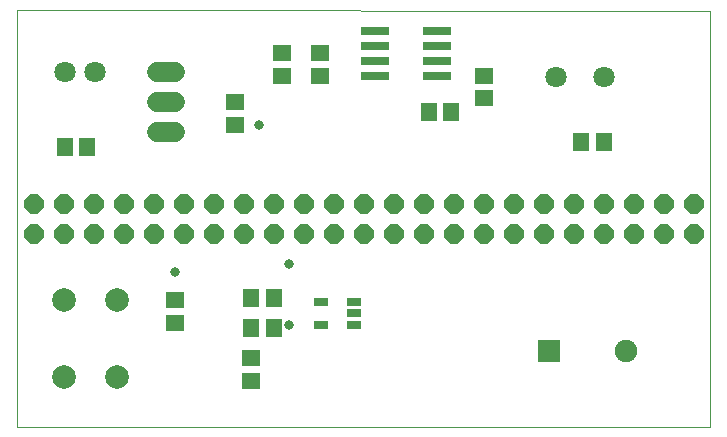
<source format=gts>
G75*
%MOIN*%
%OFA0B0*%
%FSLAX25Y25*%
%IPPOS*%
%LPD*%
%AMOC8*
5,1,8,0,0,1.08239X$1,22.5*
%
%ADD10C,0.00000*%
%ADD11R,0.05618X0.06406*%
%ADD12R,0.06406X0.05618*%
%ADD13C,0.07100*%
%ADD14R,0.04831X0.02862*%
%ADD15R,0.09200X0.02900*%
%ADD16C,0.07900*%
%ADD17R,0.07500X0.07500*%
%ADD18C,0.07500*%
%ADD19OC8,0.06500*%
%ADD20C,0.06500*%
%ADD21C,0.03200*%
D10*
X0021800Y0021800D02*
X0021800Y0160501D01*
X0252745Y0160343D01*
X0252745Y0021800D01*
X0021800Y0021800D01*
D11*
X0099713Y0054556D03*
X0107194Y0054556D03*
X0107194Y0064556D03*
X0099713Y0064556D03*
X0045146Y0114989D03*
X0037666Y0114989D03*
X0158868Y0126800D03*
X0166348Y0126800D03*
X0209753Y0116643D03*
X0217233Y0116643D03*
D12*
X0177238Y0131292D03*
X0177238Y0138772D03*
X0122829Y0138787D03*
X0122829Y0146267D03*
X0110034Y0146262D03*
X0110034Y0138781D03*
X0094359Y0129910D03*
X0094359Y0122430D03*
X0074202Y0063926D03*
X0074202Y0056446D03*
X0099722Y0044622D03*
X0099722Y0037141D03*
D13*
X0201485Y0138217D03*
X0217233Y0138217D03*
X0047706Y0139989D03*
X0037706Y0139989D03*
D14*
X0122942Y0063296D03*
X0122942Y0055816D03*
X0133965Y0055816D03*
X0133965Y0059556D03*
X0133965Y0063296D03*
D15*
X0141133Y0138797D03*
X0141133Y0143797D03*
X0141133Y0148797D03*
X0141133Y0153797D03*
X0161733Y0153797D03*
X0161733Y0148797D03*
X0161733Y0143797D03*
X0161733Y0138797D03*
D16*
X0054991Y0063891D03*
X0037191Y0063891D03*
X0037191Y0038291D03*
X0054991Y0038291D03*
D17*
X0198965Y0047036D03*
D18*
X0224556Y0047036D03*
D19*
X0227233Y0086131D03*
X0217233Y0086131D03*
X0207233Y0086131D03*
X0197233Y0086131D03*
X0187233Y0086131D03*
X0177233Y0086131D03*
X0167233Y0086131D03*
X0157233Y0086131D03*
X0147233Y0086131D03*
X0137233Y0086131D03*
X0127233Y0086131D03*
X0117233Y0086131D03*
X0107233Y0086131D03*
X0097233Y0086131D03*
X0087233Y0086131D03*
X0077233Y0086131D03*
X0067233Y0086131D03*
X0057233Y0086131D03*
X0047233Y0086131D03*
X0037233Y0086131D03*
X0027233Y0086131D03*
X0027233Y0096131D03*
X0037233Y0096131D03*
X0047233Y0096131D03*
X0057233Y0096131D03*
X0067233Y0096131D03*
X0077233Y0096131D03*
X0087233Y0096131D03*
X0097233Y0096131D03*
X0107233Y0096131D03*
X0117233Y0096131D03*
X0127233Y0096131D03*
X0137233Y0096131D03*
X0147233Y0096131D03*
X0157233Y0096131D03*
X0167233Y0096131D03*
X0177233Y0096131D03*
X0187233Y0096131D03*
X0197233Y0096131D03*
X0207233Y0096131D03*
X0217233Y0096131D03*
X0227233Y0096131D03*
X0237233Y0096131D03*
X0247233Y0096131D03*
X0247233Y0086131D03*
X0237233Y0086131D03*
D20*
X0074209Y0119910D02*
X0068209Y0119910D01*
X0068209Y0129910D02*
X0074209Y0129910D01*
X0074209Y0139910D02*
X0068209Y0139910D01*
D21*
X0102233Y0122469D03*
X0112233Y0076131D03*
X0112233Y0055816D03*
X0074202Y0073454D03*
M02*

</source>
